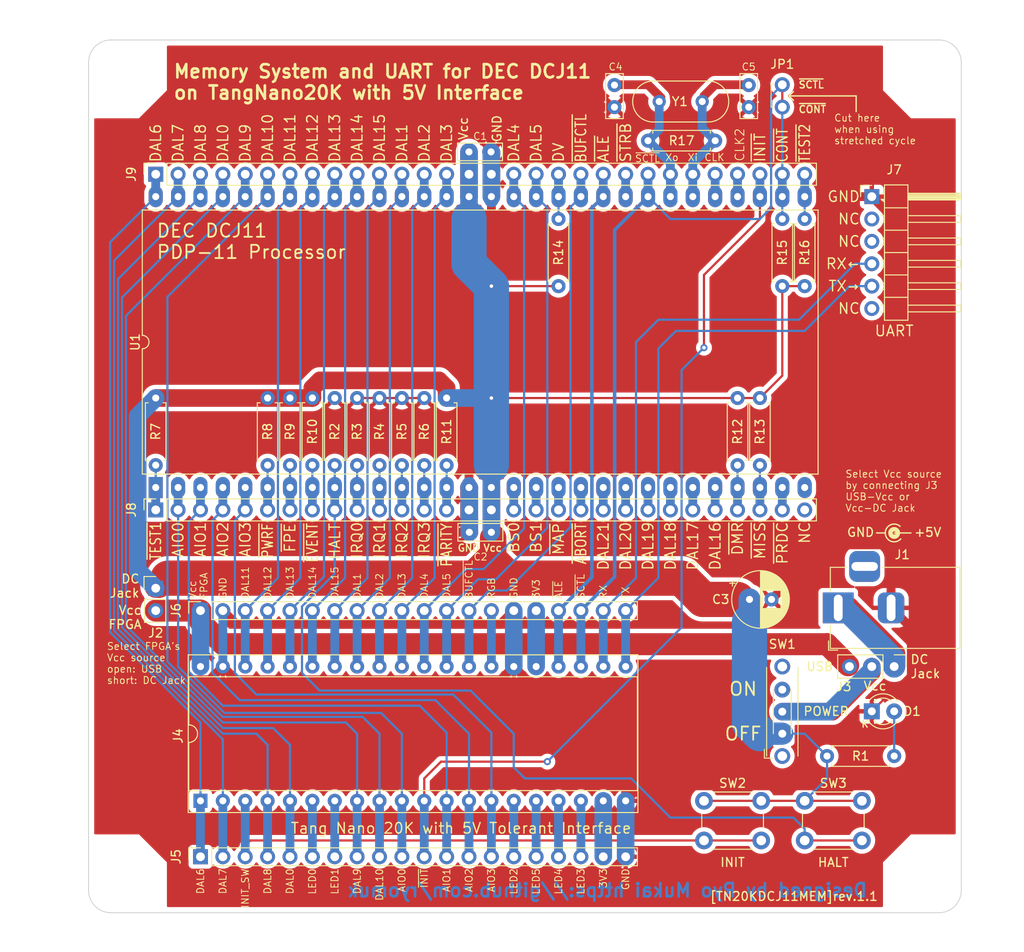
<source format=kicad_pcb>
(kicad_pcb (version 20240108) (generator "pcbnew") (generator_version "8.0")
  (layers (0 "F.Cu" signal) (31 "B.Cu" signal) (34 "B.Paste" user) (35 "F.Paste" user) (36 "B.SilkS" user "B.Silkscreen") (37 "F.SilkS" user "F.Silkscreen") (38 "B.Mask" user) (39 "F.Mask" user) (44 "Edge.Cuts" user))
  (net 0 "")
  (net 1 "GND")
  (net 2 "VCC")
  (net 3 "XTALO")
  (net 4 "XTALI")
  (net 5 "AIO3")
  (net 6 "DAL12")
  (net 7 "DAL14")
  (net 8 "DAL0")
  (net 9 "3V3a")
  (net 10 "DAL13")
  (net 11 "AIO0")
  (net 12 "LED0")
  (net 13 "DAL4")
  (net 14 "AIO2")
  (net 15 "DAL15")
  (net 16 "LED3")
  (net 17 "DAL11")
  (net 18 "DAL3")
  (net 19 "LED4")
  (net 20 "DAL6")
  (net 21 "LED_RGB")
  (net 22 "AIO1")
  (net 23 "DAL7")
  (net 24 "DAL5")
  (net 25 "DAL10")
  (net 26 "LED2")
  (net 28 "DAL9")
  (net 29 "DAL2")
  (net 30 "LED1")
  (net 31 "DAL1")
  (net 32 "ALE_n")
  (net 33 "Net-(J3-Pin_1)")
  (net 34 "LED5")
  (net 35 "DAL8")
  (net 36 "BUFCTL_n")
  (net 37 "FPE_n")
  (net 38 "PWRF_n")
  (net 39 "EVENT_n")
  (net 40 "IRQ1")
  (net 41 "BS0")
  (net 42 "HALT")
  (net 43 "DAL17")
  (net 44 "IRQ3")
  (net 45 "DMR_n")
  (net 46 "BS1")
  (net 47 "IRQ0")
  (net 48 "MAP_n")
  (net 49 "DAL16")
  (net 50 "PRDC_n")
  (net 51 "ABORT_n")
  (net 52 "DAL20")
  (net 53 "DAL19")
  (net 54 "TEST1_n")
  (net 55 "DAL21")
  (net 56 "DAL18")
  (net 57 "PARITY_n")
  (net 58 "MISS_n")
  (net 59 "IRQ2")
  (net 60 "VCC_FPGA")
  (net 61 "STRB_n")
  (net 62 "DV")
  (net 63 "INIT_n")
  (net 64 "CLK2")
  (net 65 "CLK")
  (net 66 "TEST2_n")
  (net 67 "Net-(J3-Pin_2)")
  (net 68 "INIT_SW")
  (net 71 "CONT_n")
  (net 75 "GPIO_RX")
  (net 76 "GPIO_TX")
  (net 77 "3V3b")
  (net 78 "Net-(D1-A)")
  (footprint "000_MyFootprint:MountingHole_3mm" (layer "F.Cu") (at 93.98 93.98)
    (property "Reference" "REF**")
    (property "Value" "MountingHole_3mm")
  )
  (footprint "000_MyFootprint:R_Axial_DIN0207_L6.3mm_D2.5mm_P7.62mm_Horizontal" (layer "F.Cu") (at 20.32 40.64 -90)
    (property "Reference" "R8")
    (property "Value" "100k")
  )
  (footprint "000_MyFootprint:SW_PUSH_6mm_H4.3mm" (layer "F.Cu") (at 69.85 86.36)
    (property "Reference" "SW2")
    (property "Value" "INIT")
  )
  (footprint "000_MyFootprint:R_Axial_DIN0207_L6.3mm_D2.5mm_P7.62mm_Horizontal" (layer "F.Cu") (at 40.64 40.64 -90)
    (property "Reference" "R11")
    (property "Value" "100k")
  )
  (footprint "000_MyFootprint:R_Axial_DIN0207_L6.3mm_D2.5mm_P7.62mm_Horizontal" (layer "F.Cu") (at 22.86 40.64 -90)
    (property "Reference" "R9")
    (property "Value" "100k")
  )
  (footprint "000_MyFootprint:PinSocket_1x30_P2.54mm_Vertical" (layer "F.Cu") (at 7.62 53.34 90)
    (property "Reference" "J8")
    (property "Value" "Conn_01x30")
  )
  (footprint "000_MyFootprint:R_Axial_DIN0207_L6.3mm_D2.5mm_P7.62mm_Horizontal" (layer "F.Cu") (at 76.2 40.64 -90)
    (property "Reference" "R13")
    (property "Value" "100k")
  )
  (footprint "000_MyFootprint:R_Axial_DIN0207_L6.3mm_D2.5mm_P7.62mm_Horizontal" (layer "F.Cu") (at 91.44 81.28 180)
    (property "Reference" "R1")
    (property "Value" "100k")
  )
  (footprint "000_MyFootprint:R_Axial_DIN0207_L6.3mm_D2.5mm_P7.62mm_Horizontal" (layer "F.Cu") (at 78.74 27.94 90)
    (property "Reference" "R15")
    (property "Value" "100k")
  )
  (footprint "000_MyFootprint:R_Axial_DIN0207_L6.3mm_D2.5mm_P7.62mm_Horizontal" (layer "F.Cu") (at 53.34 27.94 90)
    (property "Reference" "R14")
    (property "Value" "100k")
  )
  (footprint "000_MyFootprint:PinHeader_1x06_P2.54mm_Horizontal" (layer "F.Cu") (at 88.9 17.78)
    (property "Reference" "J7")
    (property "Value" "UART")
  )
  (footprint "000_MyFootprint:PinHeader_1x03_P2.54mm_Vertical" (layer "F.Cu") (at 91.44 71.12 -90)
    (property "Reference" "J3")
    (property "Value" "CPU Vcc")
  )
  (footprint "000_MyFootprint:PinSocket_1x20_P2.54mm_Vertical" (layer "F.Cu") (at 12.7 64.77 90)
    (property "Reference" "J6")
    (property "Value" "Conn_01x20")
  )
  (footprint "000_MyFootprint:R_Axial_DIN0207_L6.3mm_D2.5mm_P7.62mm_Horizontal" (layer "F.Cu") (at 35.56 40.64 -90)
    (property "Reference" "R5")
    (property "Value" "100k")
  )
  (footprint "000_MyFootprint:Crystal_HC49-U_Vertical" (layer "F.Cu") (at 69.65 6.985 180)
    (property "Reference" "Y1")
    (property "Value" "18MHz")
  )
  (footprint "000_MyFootprint:BarrelJack_Horizontal" (layer "F.Cu") (at 85.09 64.4575 180)
    (property "Reference" "J1")
    (property "Value" "Barrel_Jack_Switch")
  )
  (footprint "000_MyFootprint:LED_D3.0mm" (layer "F.Cu") (at 88.9 76.2)
    (property "Reference" "D1")
    (property "Value" "LED")
  )
  (footprint "000_MyFootprint:C_Disc_D5.0mm_W2.5mm_P2.50mm" (layer "F.Cu") (at 59.69 7.62 90)
    (property "Reference" "C4")
    (property "Value" "68p")
  )
  (footprint "000_MyFootprint:C_Disc_D5.0mm_W2.5mm_P2.50mm" (layer "F.Cu") (at 74.93 7.62 90)
    (property "Reference" "C5")
    (property "Value" "68p")
  )
  (footprint "000_MyFootprint:C_Disc_D5.0mm_W2.5mm_P2.50mm" (layer "F.Cu") (at 45.72 55.88 180)
    (property "Reference" "C2")
    (property "Value" "0.33uF")
  )
  (footprint "000_MyFootprint:R_Axial_DIN0207_L6.3mm_D2.5mm_P7.62mm_Horizontal" (layer "F.Cu") (at 7.62 40.64 -90)
    (property "Reference" "R7")
    (property "Value" "100k")
  )
  (footprint "000_MyFootprint:MountingHole_3mm" (layer "F.Cu") (at 5.08 5.08)
    (property "Reference" "REF**")
    (property "Value" "MountingHole_3mm")
  )
  (footprint "000_MyFootprint:R_Axial_DIN0207_L6.3mm_D2.5mm_P7.62mm_Horizontal" (layer "F.Cu") (at 25.4 40.63 -90)
    (property "Reference" "R10")
    (property "Value" "100k")
  )
  (footprint "000_MyFootprint:R_Axial_DIN0207_L6.3mm_D2.5mm_P7.62mm_Horizontal" (layer "F.Cu") (at 30.48 40.64 -90)
    (property "Reference" "R3")
    (property "Value" "100k")
  )
  (footprint "000_MyFootprint:SW_PUSH_6mm_H4.3mm" (layer "F.Cu") (at 81.28 86.36)
    (property "Reference" "SW3")
    (property "Value" "HALT")
  )
  (footprint "000_MyFootprint:R_Axial_DIN0207_L6.3mm_D2.5mm_P7.62mm_Horizontal" (layer "F.Cu") (at 73.66 40.64 -90)
    (property "Reference" "R12")
    (property "Value" "100k")
  )
  (footprint "000_MyFootprint:PinHeader_1x02_P2.54mm_Vertical" (layer "F.Cu") (at 7.62 62.23)
    (property "Reference" "J2")
    (property "Value" "VCC_FPGA")
  )
  (footprint "000_MyFootprint:JumperedPinHeader_1x02_P2.54mm_Vertical" (layer "F.Cu") (at 78.74 5.08)
    (property "Reference" "JP1")
    (property "Value" "SCTL_CONT")
  )
  (footprint "000_MyFootprint:R_Axial_DIN0207_L6.3mm_D2.5mm_P7.62mm_Horizontal" (layer "F.Cu") (at 63.5 11.43)
    (property "Reference" "R17")
    (property "Value" "1M")
  )
  (footprint "000_MyFootprint:DIP-60_W33.02mm_LongPads" (layer "F.Cu") (at 7.62 50.8 90)
    (property "Reference" "U1")
    (property "Value" "DCJ11")
  )
  (footprint "000_MyFootprint:C_Disc_D5.0mm_W2.5mm_P2.50mm" (layer "F.Cu") (at 43.18 12.7)
    (property "Reference" "C1")
    (property "Value" "0.33uF")
  )
  (footprint "000_MyFootprint:R_Axial_DIN0207_L6.3mm_D2.5mm_P7.62mm_Horizontal" (layer "F.Cu") (at 38.1 40.64 -90)
    (property "Reference" "R6")
    (property "Value" "100k")
  )
  (footprint "000_MyFootprint:R_Axial_DIN0207_L6.3mm_D2.5mm_P7.62mm_Horizontal" (layer "F.Cu") (at 27.94 40.64 -90)
    (property "Reference" "R2")
    (property "Value" "100k")
  )
  (footprint "000_MyFootprint:DIP-40_W15.24mm_Socket" (layer "F.Cu") (at 12.7 86.36 90)
    (property "Reference" "J4")
    (property "Value" "TangNano20K5VInterface")
  )
  (footprint "000_MyFootprint:R_Axial_DIN0207_L6.3mm_D2.5mm_P7.62mm_Horizontal" (layer "F.Cu") (at 81.28 27.94 90)
    (property "Reference" "R16")
    (property "Value" "100k")
  )
  (footprint "000_MyFootprint:R_Axial_DIN0207_L6.3mm_D2.5mm_P7.62mm_Horizontal" (layer "F.Cu") (at 33.02 40.64 -90)
    (property "Reference" "R4")
    (property "Value" "100k")
  )
  (footprint "000_MyFootprint:Symbol_Barrel_Polarity_5V" (layer "F.Cu") (at 91.44 55.88)
    (property "Reference" "REF**" (hide yes))
    (property "Value" "Symbol_Barrel_Polarity_5V")
  )
  (footprint "000_MyFootprint:PinSocket_1x20_P2.54mm_Vertical" (layer "F.Cu") (at 12.7 92.71 90)
    (property "Reference" "J5")
    (property "Value" "Conn_01x20")
  )
  (footprint "000_MyFootprint:MountingHole_3mm" (layer "F.Cu") (at 5.08 93.98)
    (property "Reference" "REF**")
    (property "Value" "MountingHole_3mm")
  )
  (footprint "000_MyFootprint:CP_Radial_D6.3mm_P2.50mm" (layer "F.Cu") (at 75.017621 63.5)
    (property "Reference" "C3")
    (property "Value" "47uF")
  )
  (footprint "000_MyFootprint:SW_SPDT_Toggle_with_mount" (layer "F.Cu") (at 78.74 81.28 90)
    (property "Reference" "SW1")
    (property "Value" "SW_SPDT")
  )
  (footprint "000_MyFootprint:PinSocket_1x30_P2.54mm_Vertical" (layer "F.Cu") (at 7.62 15.24 90)
    (property "Reference" "J9")
    (property "Value" "Conn_01x30")
  )
  (footprint "000_MyFootprint:MountingHole_3mm" (layer "F.Cu") (at 93.98 5.08)
    (property "Reference" "REF**")
    (property "Value" "MountingHole_3mm")
  )
  (gr_line (start 87.122 6.35) (end 87.122 8.128) (stroke (width 0.15)) (layer "F.SilkS"))
  (gr_line (start 80.01 5.842) (end 79.502 6.35) (stroke (width 0.15)) (layer "F.SilkS"))
  (gr_line (start 79.502 6.35) (end 80.01 6.858) (stroke (width 0.15)) (layer "F.SilkS"))
  (gr_line (start 79.502 6.35) (end 87.122 6.35) (stroke (width 0.15)) (layer "F.SilkS"))
  (gr_line (start 2.54 0) (end 96.52 0) (stroke (width 0.1)) (layer "Edge.Cuts"))
  (gr_arc (start 2.54 99.06) (mid 0.743949 98.316051) (end 0 96.52) (stroke (width 0.1)) (layer "Edge.Cuts"))
  (gr_arc (start 96.52 0) (mid 98.316051 0.743949) (end 99.06 2.54) (stroke (width 0.1)) (layer "Edge.Cuts"))
  (gr_line (start 99.06 2.54) (end 99.06 96.52) (stroke (width 0.1)) (layer "Edge.Cuts"))
  (gr_arc (start 0 2.54) (mid 0.743949 0.743949) (end 2.54 0) (stroke (width 0.1)) (layer "Edge.Cuts"))
  (gr_line (start 0 96.52) (end 0 2.54) (stroke (width 0.1)) (layer "Edge.Cuts"))
  (gr_arc (start 99.06 96.52) (mid 98.316051 98.316051) (end 96.52 99.06) (stroke (width 0.1)) (layer "Edge.Cuts"))
  (gr_line (start 96.52 99.06) (end 2.54 99.06) (stroke (width 0.1)) (layer "Edge.Cuts"))
  (gr_text "Designed by Ryo Mukai https://github.com/ryomuk" (at 29.21 96.52 0) (layer "B.Cu") (effects (font (size 1.5 1.5) (thickness 0.3) (bold yes)) (justify right mirror)))
  (gr_text "LED0" (at 25.4 93.98 90) (layer "F.SilkS") (effects (font (size 0.8 0.8) (thickness 0.1)) (justify right)))
  (gr_text "DAL0" (at 22.86 93.98 90) (layer "F.SilkS") (effects (font (size 0.8 0.8) (thickness 0.1)) (justify right)))
  (gr_text "~{CONT}" (at 78.74 13.97 90) (layer "F.SilkS") (effects (font (size 1.2 1)) (justify left)))
  (gr_text "3V3" (at 58.42 93.98 90) (layer "F.SilkS") (effects (font (size 0.8 0.8) (thickness 0.1)) (justify right)))
  (gr_text "~{SCTL}" (at 55.88 63.5 90) (layer "F.SilkS") (effects (font (size 0.8 0.8) (thickness 0.1)) (justify left)))
  (gr_text "DAL1" (at 35.56 13.97 90) (layer "F.SilkS") (effects (font (size 1.2 1.2)) (justify left)))
  (gr_text "DAL2" (at 38.1 13.97 90) (layer "F.SilkS") (effects (font (size 1.2 1.2)) (justify left)))
  (gr_text "IRQ2" (at 35.56 54.61 90) (layer "F.SilkS") (effects (font (size 1.2 1.2)) (justify right)))
  (gr_text "NC" (at 87.63 30.48 0) (layer "F.SilkS") (effects (font (size 1.2 1.2)) (justify right)))
  (gr_text "~{BUFCTL}" (at 55.88 13.97 90) (layer "F.SilkS") (effects (font (size 1.2 1)) (justify left)))
  (gr_text "AIO0" (at 35.56 93.98 90) (layer "F.SilkS") (effects (font (size 0.8 0.8) (thickness 0.1)) (justify right)))
  (gr_text "Vcc" (at 42.545 11.43 90) (layer "F.SilkS") (effects (font (size 1 1)) (justify left)))
  (gr_text "INIT_SW" (at 17.78 93.98 90) (layer "F.SilkS") (effects (font (size 0.8 0.8) (thickness 0.1)) (justify right)))
  (gr_text "LED4" (at 53.34 93.98 90) (layer "F.SilkS") (effects (font (size 0.8 0.8) (thickness 0.1)) (justify right)))
  (gr_text "~{TEST1}" (at 7.62 54.61 90) (layer "F.SilkS") (effects (font (size 1.2 1)) (justify right)))
  (gr_text "TX" (at 60.96 63.5 90) (layer "F.SilkS") (effects (font (size 0.8 0.8) (thickness 0.1)) (justify left)))
  (gr_text "USB" (at 84.582 71.12 0) (layer "F.SilkS") (effects (font (size 1 1)) (justify right)))
  (gr_text "~{DMR}" (at 73.66 54.61 90) (layer "F.SilkS") (effects (font (size 1.2 1.2)) (justify right)))
  (gr_text "LED1" (at 27.94 93.98 90) (layer "F.SilkS") (effects (font (size 0.8 0.8) (thickness 0.1)) (justify right)))
  (gr_text "RX←" (at 87.63 25.4 0) (layer "F.SilkS") (effects (font (size 1.2 1.2)) (justify right)))
  (gr_text "TX→" (at 87.63 27.94 0) (layer "F.SilkS") (effects (font (size 1.2 1.2)) (justify right)))
  (gr_text "IRQ0" (at 30.48 54.61 90) (layer "F.SilkS") (effects (font (size 1.2 1.2)) (justify right)))
  (gr_text "DAL2" (at 33.02 63.5 90) (layer "F.SilkS") (effects (font (size 0.8 0.8) (thickness 0.1)) (justify left)))
  (gr_text "Vcc\nFPGA" (at 12.446 63.5 90) (layer "F.SilkS") (effects (font (size 0.8 0.8) (thickness 0.1)) (justify left)))
  (gr_text "~{MISS}" (at 76.2 54.61 90) (layer "F.SilkS") (effects (font (size 1.2 1.2)) (justify right)))
  (gr_text "AIO2" (at 43.18 93.98 90) (layer "F.SilkS") (effects (font (size 0.8 0.8) (thickness 0.1)) (justify right)))
  (gr_text "DAL11" (at 17.78 63.5 90) (layer "F.SilkS") (effects (font (size 0.8 0.8) (thickness 0.1)) (justify left)))
  (gr_text "~{TEST2}" (at 81.28 13.97 90) (layer "F.SilkS") (effects (font (size 1.2 1)) (justify left)))
  (gr_text "DAL17" (at 68.58 54.61 90) (layer "F.SilkS") (effects (font (size 1.2 1.2)) (justify right)))
  (gr_text "~{PARITY}" (at 40.64 54.737 90) (layer "F.SilkS") (effects (font (size 1.2 1)) (justify right)))
  (gr_text "DAL15" (at 33.02 13.97 90) (layer "F.SilkS") (effects (font (size 1.2 1.2)) (justify left)))
  (gr_text "~{PWRF}" (at 20.32 54.737 90) (layer "F.SilkS") (effects (font (size 1.2 1)) (justify right)))
  (gr_text "DAL13" (at 27.94 13.97 90) (layer "F.SilkS") (effects (font (size 1.2 1.2)) (justify left)))
  (gr_text "DAL13" (at 22.86 63.5 90) (layer "F.SilkS") (effects (font (size 0.8 0.8) (thickness 0.1)) (justify left)))
  (gr_text "~{STRB}" (at 60.96 13.97 90) (layer "F.SilkS") (effects (font (size 1.2 1.2)) (justify left)))
  (gr_text "NC" (at 87.63 22.86 0) (layer "F.SilkS") (effects (font (size 1.2 1.2)) (justify right)))
  (gr_text "DAL3" (at 40.64 13.97 90) (layer "F.SilkS") (effects (font (size 1.2 1.2)) (justify left)))
  (gr_text "BS0" (at 48.26 54.61 90) (layer "F.SilkS") (effects (font (size 1.2 1.2)) (justify right)))
  (gr_text "GND" (at 44.45 57.658 0) (layer "F.SilkS") (effects (font (size 0.8 0.8)) (justify right)))
  (gr_text "DAL10" (at 33.02 93.98 90) (layer "F.SilkS") (effects (font (size 0.8 0.8) (thickness 0.1)) (justify right)))
  (gr_text "DAL16" (at 71.12 54.61 90) (layer "F.SilkS") (effects (font (size 1.2 1.2)) (justify right)))
  (gr_text "DAL12" (at 25.4 13.97 90) (layer "F.SilkS") (effects (font (size 1.2 1.2)) (justify left)))
  (gr_text "DAL8" (at 12.7 13.97 90) (layer "F.SilkS") (effects (font (size 1.2 1.2)) (justify left)))
  (gr_text "OFF" (at 74.295 78.74 0) (layer "F.SilkS") (effects (font (size 1.5 1.5) (thickness 0.2))))
  (gr_text "DAL21" (at 58.42 54.61 90) (layer "F.SilkS") (effects (font (size 1.2 1.2)) (justify right)))
  (gr_text "Cut here\nwhen using\nstretched cycle" (at 84.582 8.382 0) (layer "F.SilkS") (effects (font (size 0.8 0.8) (thickness 0.1)) (justify left top)))
  (gr_text "DAL15" (at 27.94 63.5 90) (layer "F.SilkS") (effects (font (size 0.8 0.8) (thickness 0.1)) (justify left)))
  (gr_text "~{ALE}" (at 58.42 13.97 90) (layer "F.SilkS") (effects (font (size 1.2 1.2)) (justify left)))
  (gr_text "DAL14" (at 25.4 63.5 90) (layer "F.SilkS") (effects (font (size 0.8 0.8) (thickness 0.1)) (justify left)))
  (gr_text "~{INIT}" (at 38.1 93.98 90) (layer "F.SilkS") (effects (font (size 0.8 0.8) (thickness 0.1)) (justify right)))
  (gr_text "~{SCTL}" (at 61.976 13.462 0) (layer "F.SilkS") (effects (font (size 0.8 0.8) (thickness 0.1)) (justify left)))
  (gr_text "DAL6" (at 12.7 93.98 90) (layer "F.SilkS") (effects (font (size 0.8 0.8) (thickness 0.1)) (justify right)))
  (gr_text "HALT" (at 27.94 54.737 90) (layer "F.SilkS") (effects (font (size 1.2 1.2)) (justify right)))
  (gr_text "POWER" (at 86.36 76.2 0) (layer "F.SilkS") (effects (font (size 1 1)) (justify right)))
  (gr_text "AIO1" (at 12.7 54.61 90) (layer "F.SilkS") (effects (font (size 1.2 1.2)) (justify right)))
  (gr_text "DAL20" (at 60.96 54.61 90) (layer "F.SilkS") (effects (font (size 1.2 1.2)) (justify right)))
  (gr_text "DAL19" (at 63.5 54.61 90) (layer "F.SilkS") (effects (font (size 1.2 1.2)) (justify right)))
  (gr_text "AIO3" (at 45.72 93.98 90) (layer "F.SilkS") (effects (font (size 0.8 0.8) (thickness 0.1)) (justify right)))
  (gr_text "ON" (at 74.295 73.66 0) (layer "F.SilkS") (effects (font (size 1.5 1.5) (thickness 0.2))))
  (gr_text "K" (at 87.63 78.105 0) (layer "F.SilkS") (effects (font (size 0.8 0.8)) (justify left bottom)))
  (gr_text "GND" (at 87.63 17.78 0) (layer "F.SilkS") (effects (font (size 1.2 1.2)) (justify right)))
  (gr_text "AIO0" (at 10.16 54.61 90) (layer "F.SilkS") (effects (font (size 1.2 1.2)) (justify right)))
  (gr_text "LED2" (at 48.26 93.98 90) (layer "F.SilkS") (effects (font (size 0.8 0.8) (thickness 0.1)) (justify right)))
  (gr_text "AIO2" (at 15.24 54.61 90) (layer "F.SilkS") (effects (font (size 1.2 1.2)) (justify right)))
  (gr_text "CLK" (at 69.85 13.335 0) (layer "F.SilkS") (effects (font (size 0.8 0.8) (thickness 0.1)) (justify left)))
  (gr_text "Memory System and UART for DEC DCJ11\non TangNano20K with 5V Interface" (at 9.525 6.858 0) (layer "F.SilkS") (effects (font (size 1.5 1.5) (thickness 0.3) (bold yes)) (justify left bottom)))
  (gr_text "IRQ1" (at 33.02 54.61 90) (layer "F.SilkS") (effects (font (size 1.2 1.2)) (justify right)))
  (gr_text "Xi" (at 67.945 13.335 0) (layer "F.SilkS") (effects (font (size 0.8 0.8) (thickness 0.1)) (justify left)))
  (gr_text "DAL4" (at 48.26 13.97 90) (layer "F.SilkS") (effects (font (size 1.2 1.2)) (justify left)))
  (gr_text "LED3" (at 55.88 93.98 90) (layer "F.SilkS") (effects (font (size 0.8 0.8) (thickness 0.1)) (justify right)))
  (gr_text "Xo" (at 65.405 13.335 0) (layer "F.SilkS") (effects (font (size 0.8 0.8) (thickness 0.1)) (justify left)))
  (gr_text "~{ALE}" (at 53.34 63.5 90) (layer "F.SilkS") (effects (font (size 0.8 0.8) (thickness 0.1)) (justify left)))
  (gr_text "RGB" (at 45.72 63.5 90) (layer "F.SilkS") (effects (font (size 0.8 0.8) (thickness 0.1)) (justify left)))
  (gr_text "DAL5" (at 50.8 13.97 90) (layer "F.SilkS") (effects (font (size 1.2 1.2)) (justify left)))
  (gr_text "DAL1" (at 30.48 63.5 90) (layer "F.SilkS") (effects (font (size 0.8 0.8) (thickness 0.1)) (justify left)))
  (gr_text "NC" (at 81.28 54.61 90) (layer "F.SilkS") (effects (font (size 1.2 1.2)) (justify right)))
  (gr_text "LED5" (at 50.8 93.98 90) (layer "F.SilkS") (effects (font (size 0.8 0.8) (thickness 0.1)) (justify right)))
  (gr_text "Tang Nano 20K with 5V Tolerant Interface" (at 22.86 90.17 0) (layer "F.SilkS") (effects (font (size 1.2 1.2)) (justify left bottom)))
  (gr_text "DAL18" (at 66.04 54.61 90) (layer "F.SilkS") (effects (font (size 1.2 1.2)) (justify right)))
  (gr_text "DAL9" (at 17.78 13.97 90) (layer "F.SilkS") (effects (font (size 1.2 1.2)) (justify left)))
  (gr_text "NC" (at 87.63 20.32 0) (layer "F.SilkS") (effects (font (size 1.2 1.2)) (justify right)))
  (gr_text "~{SCTL}" (at 80.518 5.08 0) (layer "F.SilkS") (effects (font (size 0.8 0.8)) (justify left)))
  (gr_text "GND" (at 46.355 11.684 90) (layer "F.SilkS") (effects (font (size 1 1)) (justify left)))
  (gr_text "DEC DCJ11\nPDP-11 Processor\n" (at 7.62 22.86 0) (layer "F.SilkS") (effects (font (size 1.5 1.5) (thickness 0.2)) (justify left)))
  (gr_text "~{PRDC}" (at 78.74 54.61 90) (layer "F.SilkS") (effects (font (size 1.2 1.2)) (justify right)))
  (gr_text "DAL9" (at 30.48 93.98 90) (layer "F.SilkS") (effects (font (size 0.8 0.8) (thickness 0.1)) (justify right)))
  (gr_text "AIO3" (at 17.78 54.61 90) (layer "F.SilkS") (effects (font (size 1.2 1.2)) (justify right)))
  (gr_text "~{ABORT}" (at 55.88 54.737 90) (layer "F.SilkS") (effects (font (size 1.2 1)) (justify right)))
  (gr_text "DV" (at 53.34 13.97 90) (layer "F.SilkS") (effects (font (size 1.2 1.2)) (justify left)))
  (gr_text "DAL0" (at 15.24 13.97 90) (layer "F.SilkS") (effects (font (size 1.2 1.2)) (justify left)))
  (gr_text "DAL3" (at 35.56 63.5 90) (layer "F.SilkS") (effects (font (size 0.8 0.8) (thickness 0.1)) (justify left)))
  (gr_text "CLK2" (at 73.914 13.843 90) (layer "F.SilkS") (effects (font (size 1 1) (thickness 0.1)) (justify left)))
  (gr_text "Select Vcc source\nby connecting J3\nUSB-Vcc or\nVcc-DC Jack" (at 85.852 53.594 0) (layer "F.SilkS") (effects (font (size 0.8 0.8) (thickness 0.1)) (justify left bottom)))
  (gr_text "GND" (at 48.26 63.5 90) (layer "F.SilkS") (effects (font (size 0.8 0.8) (thickness 0.1)) (justify left)))
  (gr_text "DAL10" (at 20.32 13.97 90) (layer "F.SilkS") (effects (font (size 1.2 1.2)) (justify left)))
  (gr_text "DAL11" (at 22.86 13.97 90) (layer "F.SilkS") (effects (font (size 1.2 1.2)) (justify left)))
  (gr_text "~{INIT}" (at 76.2 13.97 90) (layer "F.SilkS") (effects (font (size 1.2 1.2)) (justify left)))
  (gr_text "Vcc" (at 46.99 57.658 0) (layer "F.SilkS") (effects (font (size 0.8 0.8)) (justify right)))
  (gr_text "RX" (at 58.42 63.5 90) (layer "F.SilkS") (effects (font (size 0.8 0.8) (thickness 0.1)) (justify left)))
  (gr_text "[TN20KDCJ11MEM]rev.1.1" (at 89.662 97.79 0) (layer "F.SilkS") (effects (font (size 1 1)) (justify right bottom)))
  (gr_text "Vcc" (at 87.884 73.914 0) (layer "F.SilkS") (effects (font (size 1 1)) (justify left bottom)))
  (gr_text "3V3" (at 50.8 63.5 90) (layer "F.SilkS") (effects (font (size 0.8 0.8) (thickness 0.1)) (justify left)))
  (gr_text "DAL7" (at 10.16 13.97 90) (layer "F.SilkS") (effects (font (size 1.2 1.2)) (justify left)))
  (gr_text "DAL12" (at 20.32 63.5 90) (layer "F.SilkS") (effects (font (size 0.8 0.8) (thickness 0.1)) (justify left)))
  (gr_text "DAL7" (at 15.24 93.98 90) (layer "F.SilkS") (effects (font (size 0.8 0.8) (thickness 0.1)) (justify right)))
  (gr_text "Vcc\nFPGA" (at 6.096 65.532 0) (layer "F.SilkS") (effects (font (size 1 1)) (justify right)))
  (gr_text "~{MAP}" (at 53.34 54.737 90) (layer "F.SilkS") (effects (font (size 1.2 1.2)) (justify right)))
  (gr_text "IRQ3" (at 38.1 54.61 90) (layer "F.SilkS") (effects (font (size 1.2 1.2)) (justify right)))
  (gr_text "AIO1" (at 40.64 93.98 90) (layer "F.SilkS") (effects (font (size 0.8 0.8) (thickness 0.1)) (justify right)))
  (gr_text "GND" (at 60.96 93.98 90) (layer "F.SilkS") (effects (font (size 0.8 0.8) (thickness 0.1)) (justify right)))
  (gr_text "~{BUFCTL}" (at 43.18 63.5 90) (layer "F.SilkS") (effects (font (size 0.8 0.8) (thickness 0.1)) (justify left)))
  (gr_text "DC\nJack" (at 93.218 71.12 0) (layer "F.SilkS") (effects (font (size 1 1)) (justify left)))
  (gr_text "DAL4" (at 38.1 63.5 90) (layer "F.SilkS") (effects (font (size 0.8 0.8) (thickness 0.1)) (justify left)))
  (gr_text "DAL6" (at 7.62 13.97 90) (layer "F.SilkS") (effects (font (size 1.2 1.2)) (justify left)))
  (gr_text "DAL8" (at 20.32 93.98 90) (layer "F.SilkS") (effects (font (size 0.8 0.8) (thickness 0.1)) (justify right)))
  (gr_text "~{FPE}" (at 22.86 54.737 90) (layer "F.SilkS") (effects (font (size 1.2 1.2)) (justify right)))
  (gr_text "DAL14" (at 30.48 13.97 90) (layer "F.SilkS") (effects (font (size 1.2 1.2)) (justify left)))
  (gr_text "DC\nJack" (at 5.842 61.976 0) (layer "F.SilkS") (effects (font (size 1 1)) (justify right)))
  (gr_text "DAL5" (at 40.64 63.5 90) (layer "F.SilkS") (effects (font (size 0.8 0.8) (thickness 0.1)) (justify left)))
  (gr_text "~{EVENT}" (at 25.4 54.737 90) (layer "F.SilkS") (effects (font (size 1.2 1)) (justify right)))
  (gr_text "GND" (at 15.24 63.5 90) (layer "F.SilkS") (effects (font (size 0.8 0.8) (thickness 0.1)) (justify left)))
  (gr_text "BS1" (at 50.8 54.61 90) (layer "F.SilkS") (effects (font (size 1.2 1.2)) (justify right)))
  (gr_text "Select FPGA's\nVcc source\nopen: USB\nshort: DC Jack" (at 2.032 73.152 0) (layer "F.SilkS") (effects (font (size 0.8 0.8) (thickness 0.1)) (justify left bottom)))
  (gr_text "~{CONT}" (at 80.518 7.874 0) (layer "F.SilkS") (effects (font (size 0.8 0.8)) (justify left)))
  (segment (start 2.032 70.104) (end 2.032 55.372) (width 1) (layer "F.Cu") (net 1))
  (segment (start 45.172 10.16) (end 45.68 9.652) (width 1) (layer "F.Cu") (net 1))
  (segment (start 45.68 12.065) (end 45.68 9.652) (width 1) (layer "F.Cu") (net 1))
  (segment (start 43.18 37.465) (end 43.18 23.368) (width 1) (layer "F.Cu") (net 1))
  (segment (start 91.09 19.97) (end 91.09 64.4575) (width 1) (layer "F.Cu") (net 1))
  (segment (start 48.26 71.12) (end 46.76 72.62) (width 1) (layer "F.Cu") (net 1))
  (segment (start 88.9 17.78) (end 91.09 19.97) (width 1) (layer "F.Cu") (net 1))
  (segment (start 43.18 23.368) (end 45.72 20.828) (width 1) (layer "F.Cu") (net 1))
  (segment (start 46.71 66.32) (end 16.79 66.32) (width 1) (layer "F.Cu") (net 1))
  (segment (start 2.351 39.305) (end 2.032 39.624) (width 0.25) (layer "F.Cu") (net 1))
  (segment (start 43.18 55.84) (end 43.22 55.88) (width 2) (layer "F.Cu") (net 1))
  (segment (start 91.09 64.4575) (end 93.39 66.7575) (width 1) (layer "F.Cu") (net 1))
  (segment (start 47.244 7.62) (end 59.69 7.62) (width 1) (layer "F.Cu") (net 1))
  (segment (start 76.2 7.62) (end 74.93 7.62) (width 1) (layer "F.Cu") (net 1))
  (segment (start 45.68 9.652) (end 45.68 9.184) (width 1) (layer "F.Cu") (net 1))
  (segment (start 2.032 43.18) (end 2.032 39.624) (width 1) (layer "F.Cu") (net 1))
  (segment (start 57.658 96.012) (end 60.96 92.71) (width 1) (layer "F.Cu") (net 1))
  (segment (start 86.36 17.78) (end 76.2 7.62) (width 1) (layer "F.Cu") (net 1))
  (segment (start 2.032 55.372) (end 2.032 43.18) (width 1) (layer "F.Cu") (net 1))
  (segment (start 40.64 43.18) (end 43.18 43.18) (width 0.25) (layer "F.Cu") (net 1))
  (segment (start 45.68 17.74) (end 45.72 17.78) (width 1) (layer "F.Cu") (net 1))
  (segment (start 77.517621 63.5) (end 83.710121 57.3075) (width 1) (layer "F.Cu") (net 1))
  (segment (start 38.1 40.64) (end 40.64 43.18) (width 0.25) (layer "F.Cu") (net 1))
  (segment (start 48.26 64.77) (end 46.71 66.32) (width 1) (layer "F.Cu") (net 1))
  (segment (start 93.015 66.3825) (end 93.015 72.085) (width 0.25) (layer "F.Cu") (net 1))
  (segment (start 2.032 39.624) (end 2.032 10.16) (width 1) (layer "F.Cu") (net 1))
  (segment (start 93.015 72.085) (end 88.9 76.2) (width 0.25) (layer "F.Cu") (net 1))
  (segment (start 30.48 40.64) (end 38.1 40.64) (width 0.25) (layer "F.Cu") (net 1))
  (segment (start 88.9 17.78) (end 86.36 17.78) (width 1) (layer "F.Cu") (net 1))
  (segment (start 91.09 64.4575) (end 93.015 66.3825) (width 0.25) (layer "F.Cu") (net 1))
  (segment (start 90.3275 57.3075) (end 91.09 58.07) (width 1) (layer "F.Cu") (net 1))
  (segment (start 10.16 96.012) (end 57.658 96.012) (width 1) (layer "F.Cu") (net 1))
  (segment (start 60.96 83.82) (end 48.26 71.12) (width 1) (layer "F.Cu") (net 1))
  (segment (start 90.6 84.66) (end 62.66 84.66) (width 1) (layer "F.Cu") (net 1))
  (segment (start 43.18 43.18) (end 43.18 37.465) (width 1) (layer "F.Cu") (net 1))
  (segment (start 16.79 66.32) (end 15.24 64.77) (width 1) (layer "F.Cu") (net 1))
  (segment (start 10.16 88.9) (end 10.16 96.012) (width 1) (layer "F.Cu") (net 1))
  (segment (start 4.548 72.62) (end 2.032 70.104) (width 1) (layer "F.Cu") (net 1))
  (segment (start 13.74 72.62) (end 4.548 72.62) (width 1) (layer "F.Cu") (net 1))
  (segment (start 45.72 17.78) (end 45.72 12.74) (width 2) (layer "F.Cu") (net 1))
  (segment (start 60.96 86.36) (end 60.96 83.82) (width 1) (layer "F.Cu") (net 1))
  (segment (start 91.09 58.07) (end 91.09 64.4575) (width 1) (layer "F.Cu") (net 1))
  (segment (start 83.710121 57.3075) (end 90.3275 57.3075) (width 1) (layer "F.Cu") (net 1))
  (segment (start 45.72 20.828) (end 45.72 17.78) (width 1) (layer "F.Cu") (net 1))
  (segment (start 46.76 72.62) (end 16.74 72.62) (width 1) (layer "F.Cu") (net 1))
  (segment (start 43.22 55.88) (end 2.54 55.88) (width 1) (layer "F.Cu") (net 1))
  (segment (start 4.548 72.62) (end 4.548 83.288) (width 1) (layer "F.Cu") (net 1))
  (segment (start 43.22 50.84) (end 43.18 50.8) (width 2) (layer "F.Cu") (net 1))
  (segment (start 25.4 43.18) (end 2.032 43.18) (width 0.25) (layer "F.Cu") (net 1))
  (segment (start 43.18 50.8) (end 43.18 55.84) (width 2) (layer "F.Cu") (net 1))
  (segment (start 45.68 9.184) (end 47.244 7.62) (width 1) (layer "F.Cu") (net 1))
  (segment (start 43.18 50.8) (end 43.18 43.18) (width 1) (layer "F.Cu") (net 1))
  (segment (start 15.24 71.12) (end 13.74 72.62) (width 1) (layer "F.Cu") (net 1))
  (segment (start 62.66 84.66) (end 60.96 86.36) (width 1) (layer "F.Cu") (net 1))
  (segment (start 4.548 83.288) (end 10.16 88.9) (width 1) (layer "F.Cu") (net 1))
  (segment (start 27.94 40.64) (end 25.4 43.18) (width 0.25) (layer "F.Cu") (net 1))
  (segment (start 93.39 66.7575) (end 93.39 81.87) (width 1) (layer "F.Cu") (net 1))
  (segment (start 2.032 10.16) (end 45.172 10.16) (width 1) (layer "F.Cu") (net 1))
  (segment (start 45.72 12.74) (end 45.68 12.7) (width 2) (layer "F.Cu") (net 1))
  (segment (start 93.39 81.87) (end 90.6 84.66) (width 1) (layer "F.Cu") (net 1))
  (segment (start 16.74 72.62) (end 15.24 71.12) (width 1) (layer "F.Cu") (net 1))
  (segment (start 2.54 55.88) (end 2.032 55.372) (width 1) (layer "F.Cu") (net 1))
  (segment (start 43.22 50.84) (end 43.18 50.8) (width 2) (layer "B.Cu") (net 1))
  (segment (start 48.26 71.12) (end 48.26 64.77) (width 2) (layer "B.Cu") (net 1))
  (segment (start 45.72 12.74) (end 45.68 12.7) (width 2) (layer "B.Cu") (net 1))
  (segment (start 15.24 64.77) (end 15.24 71.12) (width 1) (layer "B.Cu") (net 1))
  (segment (start 60.96 92.71) (end 60.96 86.36) (width 2) (layer "B.Cu") (net 1))
  (segment (start 43.22 55.88) (end 43.22 50.84) (width 2) (layer "B.Cu") (net 1))
  (segment (start 45.72 17.78) (end 45.72 12.74) (width 2) (layer "B.Cu") (net 1))
  (segment (start 48.26 61.087) (end 67.31 61.087) (width 4) (layer "F.Cu") (net 2))
  (segment (start 48.26 61.087) (end 45.92 58.747) (width 3) (layer "F.Cu") (net 2))
  (segment (start 81.28 27.94) (end 78.74 27.94) (width 0.25) (layer "F.Cu") (net 2))
  (segment (start 43.18 12.7) (end 43.18 17.78) (width 2) (layer "F.Cu") (net 2))
  (segment (start 53.34 27.94) (end 45.72 27.94) (width 0.25) (layer "F.Cu") (net 2))
  (segment (start 7.62 40.64) (end 25.39 40.64) (width 2) (layer "F.Cu") (net 2))
  (segment (start 8.034 62.07) (end 7.62 62.07) (width 2.5) (layer "F.Cu") (net 2))
  (segment (start 81.28 86.36) (end 69.85 86.36) (width 0.25) (layer "F.Cu") (net 2))
  (segment (start 76.2 40.64) (end 45.72 40.64) (width 0.25) (layer "F.Cu") (net 2))
  (segment (start 75.017621 63.5) (end 73.66 63.5) (width 2.5) (layer "F.Cu") (net 2))
  (segment (start 26.25863 38.64) (end 39.77137 38.64) (width 2) (layer "F.Cu") (net 2))
  (segment (start 45.72 61.087) (end 48.26 61.087) (width 4) (layer "F.Cu") (net 2))
  (segment (start 45.72 56.515) (end 45.72 61.087) (width 2) (layer "F.Cu") (net 2))
  (segment (start 45.92 58.347) (end 45.92 57.15) (width 3) (layer "F.Cu") (net 2))
  (segment (start 40.64 39.50863) (end 40.64 40.64) (width 2) (layer "F.Cu") (net 2))
  (segment (start 25.4 39.49863) (end 26.25863 38.64) (width 2) (layer "F.Cu") (net 2))
  (segment (start 76.2 40.64) (end 78.74 38.1) (width 0.25) (layer "F.Cu") (net 2))
  (segment (start 45.72 55.88) (end 45.72 50.8) (width 2) (layer "F.Cu") (net 2))
  (segment (start 25.4 40.63) (end 25.4 39.49863) (width 2) (layer "F.Cu") (net 2))
  (segment (start 7.62 62.23) (end 7.874 62.23) (width 2) (layer "F.Cu") (net 2))
  (segment (start 73.66 63.5) (end 69.723 63.5) (width 4) (layer "F.Cu") (net 2))
  (segment (start 69.723 63.5) (end 67.31 61.087) (width 4) (layer "F.Cu") (net 2))
  (segment (start 78.74 38.1) (end 78.74 27.94) (width 0.25) (layer "F.Cu") (net 2))
  (segment (start 7.874 62.23) (end 9.017 61.087) (width 2) (layer "F.Cu") (net 2))
  (segment (start 45.92 58.747) (end 45.92 56.515) (width 3) (layer "F.Cu") (net 2))
  (segment (start 9.017 61.087) (end 8.034 62.07) (width 2.5) (layer "F.Cu") (net 2))
  (segment (start 39.77137 38.64) (end 40.64 39.50863) (width 2) (layer "F.Cu") (net 2))
  (segment (start 43.18 61.087) (end 45.72 61.087) (width 4) (layer "F.Cu") (net 2))
  (segment (start 25.39 40.64) (end 25.4 40.63) (width 2) (layer "F.Cu") (net 2))
  (segment (start 43.18 61.087) (end 45.92 58.347) (width 3) (layer "F.Cu") (net 2))
  (segment (start 9.017 61.087) (end 43.18 61.087) (width 4) (layer "F.Cu") (net 2))
  (segment (start 87.78 86.36) (end 81.28 86.36) (width 0.25) (layer "F.Cu") (net 2))
  (via (at 45.72 40.64) (size 0.8) (drill 0.4) (layers "F.Cu" "B.Cu") (net 2))
  (via (at 45.72 27.94) (size 0.8) (drill 0.4) (layers "F.Cu" "B.Cu") (net 2))
  (segment (start 45.72 50.8) (end 45.72 49.53) (width 2) (layer "B.Cu") (net 2))
  (segment (start 81.28 78.74) (end 83.82 81.28) (width 0.25) (layer "B.Cu") (net 2))
  (segment (start 75.017621 77.557621) (end 75.017621 66.04) (width 4) (layer "B.Cu") (net 2))
  (segment (start 5.57 60.18) (end 5.57 42.69) (width 2) (layer "B.Cu") (net 2))
  (segment (start 45.72 50.8) (end 45.72 55.88) (width 2) (layer "B.Cu") (net 2))
  (segment (start 83.82 83.82) (end 81.28 86.36) (width 0.25) (layer "B.Cu") (net 2))
  (segment (start 75.34 78.74) (end 78.74 78.74) (width 2.5) (layer "B.Cu") (net 2))
  (segment (start 43.18 17.78) (end 43.18 12.7) (width 2) (layer "B.Cu") (net 2))
  (segment (start 78.105 78.74) (end 76.2 78.74) (width 2.5) (layer "B.Cu") (net 2))
  (segment (start 7.62 62.23) (end 5.57 60.18) (width 2) (layer "B.Cu") (net 2))
  (segment (start 78.74 78.74) (end 78.105 78.74) (width 2.5) (layer "B.Cu") (net 2))
  (segment (start 75.017621 66.04) (end 75.017621 78.417621) (width 2.5) (layer "B.Cu") (net 2))
  (segment (start 5.57 42.69) (end 7.62 40.64) (width 2) (layer "B.Cu") (net 2))
  (segment (start 75.017621 63.5) (end 75.017621 66.04) (width 2.5) (layer "B.Cu") (net 2))
  (segment (start 83.82 81.28) (end 83.82 83.82) (width 0.25) (layer "B.Cu") (net 2))
  (segment (start 76.2 78.74) (end 75.017621 77.557621) (width 4) (layer "B.Cu") (net 2))
  (segment (start 75.017621 78.417621) (end 75.34 78.74) (width 2.5) (layer "B.Cu") (net 2))
  (segment (start 78.74 78.74) (end 81.28 78.74) (width 0.25) (layer "B.Cu") (net 2))
  (segment (start 45.72 48.26) (end 45.72 40.64) (width 4) (layer "B.Cu") (net 2))
  (segment (start 40.64 40.64) (end 45.72 40.64) (width 2) (layer "B.Cu") (net 2))
  (segment (start 43.18 25.4) (end 43.18 20.32) (width 4) (layer "B.Cu") (net 2))
  (segment (start 45.72 49.53) (end 45.72 48.26) (width 2) (layer "B.Cu") (net 2))
  (segment (start 45.72 40.64) (end 45.72 27.94) (width 4) (layer "B.Cu") (net 2))
  (segment (start 45.72 27.94) (end 43.18 25.4) (width 4) (layer "B.Cu") (net 2))
  (segment (start 43.18 17.78) (end 43.18 20.32) (width 2) (layer "B.Cu") (net 2))
  (segment (start 59.73 5.08) (end 59.69 5.12) (width 1) (layer "F.Cu") (net 3))
  (segment (start 64.97 6.55) (end 63.5 5.08) (width 1) (layer "F.Cu") (net 3))
  (segment (start 63.5 5.08) (end 59.73 5.08) (width 1) (layer "F.Cu") (net 3))
  (segment (start 66.04 15.24) (end 66.04 17.78) (width 1) (layer "B.Cu") (net 3))
  (segment (start 66.04 13.97) (end 63.5 11.43) (width 1) (layer "B.Cu") (net 3))
  (segment (start 66.04 15.24) (end 66.04 13.97) (width 1) (layer "B.Cu") (net 3))
  (segment (start 64.77 10.16) (end 63.5 11.43) (width 1) (layer "B.Cu") (net 3))
  (segment (start 64.77 6.985) (end 64.77 10.16) (width 1) (layer "B.Cu") (net 3))
  (segment (start 71.12 5.08) (end 74.89 5.08) (width 1) (layer "F.Cu") (net 4))
  (segment (start 69.85 6.35) (end 71.12 5.08) (width 1) (layer "F.Cu") (net 4))
  (segment (start 74.89 5.08) (end 74.93 5.12) (width 1) (layer "F.Cu") (net 4))
  (segment (start 68.58 15.24) (end 68.58 17.78) (width 1) (layer "B.Cu") (net 4))
  (segment (start 68.58 13.97) (end 71.12 11.43) (width 1) (layer "B.Cu") (net 4))
  (segment (start 69.65 9.96) (end 71.12 11.43) (width 1) (layer "B.Cu") (net 4))
  (segment (start 68.58 15.24) (end 68.58 13.97) (width 1) (layer "B.Cu") (net 4))
  (segment (start 69.65 6.985) (end 69.65 9.96) (width 1) (layer "B.Cu") (net 4))
  (segment (start 16.605 54.515) (end 16.605 71.85) (width 0.25) (layer "B.Cu") (net 5))
  (segment (start 45.72 86.36) (end 45.72 92.71) (width 1) (layer "B.Cu") (net 5))
  (segment (start 16.605 71.85) (end 19.05 74.295) (width 0.25) (layer "B.Cu") (net 5))
  (segment (start 17.78 50.8) (end 17.78 53.34) (width 1) (layer "B.Cu") (net 5))
  (segment (start 19.05 74.295) (end 41.402 74.295) (width 0.25) (layer "B.Cu") (net 5))
  (segment (start 45.72 78.613) (end 41.402 74.295) (width 0.25) (layer "B.Cu") (net 5))
  (segment (start 45.72 86.36) (end 45.72 78.613) (width 0.25) (layer "B.Cu") (net 5))
  (segment (start 17.78 53.34) (end 16.605 54.515) (width 0.25) (layer "B.Cu") (net 5))
  (segment (start 24.035 61.055) (end 24.035 19.145) (width 0.25) (layer "B.Cu") (net 6))
  (segment (start 24.035 19.145) (end 25.4 17.78) (width 0.25) (layer "B.Cu") (net 6))
  (segment (start 25.4 15.24) (end 25.4 17.78) (width 1) (layer "B.Cu") (net 6))
  (segment (start 20.32 64.77) (end 20.32 71.12) (width 1) (layer "B.Cu") (net 6))
  (segment (start 20.32 64.77) (end 24.035 61.055) (width 0.25) (layer "B.Cu") (net 6))
  (segment (start 29.115 61.055) (end 29.115 19.145) (width 0.25) (layer "B.Cu") (net 7))
  (segment (start 29.115 19.145) (end 30.48 17.78) (width 0.25) (layer "B.Cu") (net 7))
  (segment (start 30.48 15.24) (end 30.48 17.78) (width 1) (layer "B.Cu") (net 7))
  (segment (start 25.4 64.77) (end 29.115 61.055) (width 0.25) (layer "B.Cu") (net 7))
  (segment (start 25.4 64.77) (end 25.4 71.12) (width 1) (layer "B.Cu") (net 7))
  (segment (start 15.24 15.24) (end 15.24 17.78) (width 1) (layer "B.Cu") (net 8))
  (segment (start 3.795 29.225) (end 3.795 66.665584) (width 0.25) (layer "B.Cu") (net 8))
  (segment (start 22.86 80.01) (end 22.86 88.265) (width 0.25) (layer "B.Cu") (net 8))
  (segment (start 22.86 88.265) (end 22.86 92.71) (width 1) (layer "B.Cu") (net 8))
  (segment (start 22.86 86.36) (end 22.86 88.265) (width 1) (layer "B.Cu") (net 8))
  (segment (start 20.955 78.105) (end 22.86 80.01) (width 0.25) (layer "B.Cu") (net 8))
  (segment (start 15.24 17.78) (end 3.795 29.225) (width 0.25) (layer "B.Cu") (net 8))
  (segment (start 3.795 66.665584) (end 15.234416 78.105) (width 0.25) (layer "B.Cu") (net 8))
  (segment (start 15.234416 78.105) (end 20.955 78.105) (width 0.25) (layer "B.Cu") (net 8))
  (segment (start 58.42 92.71) (end 58.42 86.36) (width 2) (layer "B.Cu") (net 9))
  (segment (start 26.725 18.995) (end 27.94 17.78) (width 0.25) (layer "B.Cu") (net 10))
  (segment (start 22.86 64.77) (end 22.86 71.12) (width 1) (layer "B.Cu") (net 10))
  (segment (start 22.86 64.77) (end 26.725 60.905) (width 0.25) (layer "B.Cu") (net 10))
  (segment (start 26.725 60.905) (end 26.725 18.995) (width 0.25) (layer "B.Cu") (net 10))
  (segment (start 27.94 15.24) (end 27.94 17.78) (width 1) (layer "B.Cu") (net 10))
  (segment (start 33.205 76.385) (end 35.56 78.74) (width 0.25) (layer "B.Cu") (net 11))
  (segment (start 15.423604 76.385) (end 33.205 76.385) (width 0.25) (layer "B.Cu") (net 11))
  (segment (start 35.56 86.36) (end 35.56 92.71) (width 1) (layer "B.Cu") (net 11))
  (segment (start 10.16 53.34) (end 10.16 71.121396) (width 0.25) (layer "B.Cu") (net 11))
  (segment (start 35.56 78.74) (end 35.56 86.36) (width 0.25) (layer "B.Cu") (net 11))
  (segment (start 10.16 50.8) (end 10.16 53.34) (width 1) (layer "B.Cu") (net 11))
  (segment (start 10.16 71.121396) (end 15.423604 76.385) (width 0.25) (layer "B.Cu") (net 11))
  (segment (start 25.4 86.36) (end 25.4 92.71) (width 1) (layer "B.Cu") (net 12))
  (segment (start 44.846584 60.055416) (end 49.435 55.467) (width 0.25) (layer "B.Cu") (net 13))
  (segment (start 49.435 55.467) (end 49.435 18.955) (width 0.25) (layer "B.Cu") (net 13))
  (segment (start 42.814584 60.055416) (end 44.846584 60.055416) (width 0.25) (layer "B.Cu") (net 13))
  (segment (start 38.1 64.77) (end 42.814584 60.055416) (width 0.25) (layer "B.Cu") (net 13))
  (segment (start 38.1 64.77) (end 38.1 71.12) (width 1) (layer "B.Cu") (net 13))
  (segment (start 48.26 15.24) (end 48.26 17.78) (width 1) (layer "B.Cu") (net 13))
  (segment (start 49.435 18.955) (end 48.26 17.78) (width 0.25) (layer "B.Cu") (net 13))
  (segment (start 40.386 62.484) (end 41.417584 61.452416) (width 0.25) (layer "B.Cu") (net 13))
  (segment (start 40.386 62.484) (end 38.1 64.77) (width 0.25) (layer "B.Cu") (net 13))
  (segment (start 15.24 53.34) (end 14.065 54.515) (width 0.25) (layer "B.Cu") (net 14))
  (segment (start 14.065 71.85) (end 17.145 74.93) (width 0.25) (layer "B.Cu") (net 14))
  (segment (start 14.065 54.515) (end 14.065 71.85) (width 0.25) (layer "B.Cu") (net 14))
  (segment (start 43.18 86.36) (end 43.18 92.71) (width 1) (layer "B.Cu") (net 14))
  (segment (start 43.18 78.74) (end 43.18 86.36) (width 0.25) (layer "B.Cu") (net 14))
  (segment (start 17.145 74.93) (end 39.37 74.93) (width 0.25) (layer "B.Cu") (net 14))
  (segment (start 15.24 50.8) (end 15.24 53.34) (width 1) (layer "B.Cu") (net 14))
  (segment (start 43.18 78.74) (end 39.37 74.93) (width 0.25) (layer "B.Cu") (net 14))
  (segment (start 33.02 15.24) (end 33.02 17.78) (width 1) (layer "B.Cu") (net 15))
  (segment (start 27.94 64.77) (end 27.94 71.12) (width 1) (layer "B.Cu") (net 15))
  (segment (start 27.94 64.77) (end 31.655 61.055) (width 0.25) (layer "B.Cu") (net 15))
  (segment (start 31.655 61.055) (end 31.655 19.145) (width 0.25) (layer "B.Cu") (net 15))
  (segment (start 31.655 19.145) (end 33.02 17.78) (width 0.25) (layer "B.Cu") (net 15))
  (segment (start 55.88 86.36) (end 55.88 92.71) (width 1) (layer "B.Cu") (net 16))
  (segment (start 21.495 19.145) (end 22.86 17.78) (width 0.25) (layer "B.Cu") (net 17))
  (segment (start 22.86 15.24) (end 22.86 17.78) (width 1) (layer "B.Cu") (net 17))
  (segment (start 17.78 64.77) (end 17.78 71.12) (width 1) (layer "B.Cu") (net 17))
  (segment (start 17.78 64.77) (end 21.495 61.055) (width 0.25) (layer "B.Cu") (net 17))
  (segment (start 21.495 61.055) (end 21.495 19.145) (width 0.25) (layer "B.Cu") (net 17))
  (segment (start 39.275 19.145) (end 40.64 17.78) (width 0.25) (layer "B.Cu") (net 18))
  (segment (start 40.64 15.24) (end 40.64 17.78) (width 1) (layer "B.Cu") (net 18))
  (segment (start 35.56 64.77) (end 39.275 61.055) (width 0.25) (layer "B.Cu") (net 18))
  (segment (start 35.56 64.77) (end 35.56 71.12) (width 1) (layer "B.Cu") (net 18))
  (segment (start 39.275 61.055) (end 39.275 19.145) (width 0.25) (layer "B.Cu") (net 18))
  (segment (start 53.34 86.36) (end 53.34 92.71) (width 1) (layer "B.Cu") (net 19))
  (segment (start 7.62 17.78) (end 2.445 22.955) (width 0.25) (layer "B.Cu") (net 20))
  (segment (start 2.445 67.224772) (end 12.7 77.479772) (width 0.25) (layer "B.Cu") (net 20))
  (segment (start 2.445 22.955) (end 2.445 67.224772) (width 0.25) (layer "B.Cu") (net 20))
  (segment (start 12.7 86.36) (end 12.7 92.71) (width 1) (layer "B.Cu") (net 20))
  (segment (start 12.7 77.479772) (end 12.7 86.36) (width 0.25) (layer "B.Cu") (net 20))
  (segment (start 7.62 15.24) (end 7.62 17.78) (width 1) (layer "B.Cu") (net 20))
  (segment (start 45.72 64.77) (end 45.72 71.12) (width 1) (layer "B.Cu") (net 21))
  (segment (start 37.592 75.565) (end 40.64 78.613) (width 0.25) (layer "B.Cu") (net 22))
  (segment (start 12.7 53.34) (end 11.375 54.665) (width 0.25) (layer "B.Cu") (net 22))
  (segment (start 15.24 75.565) (end 37.592 75.565) (width 0.25) (layer "B.Cu") (net 22))
  (segment (start 12.7 50.8) (end 12.7 53.34) (width 1) (layer "B.Cu") (net 22))
  (segment (start 11.375 54.665) (end 11.375 71.7) (width 0.25) (layer "B.Cu") (net 22))
  (segment (start 11.375 71.7) (end 15.24 75.565) (width 0.25) (layer "B.Cu") (net 22))
  (segment (start 40.64 78.613) (end 40.64 86.36) (width 0.25) (layer "B.Cu") (net 22))
  (segment (start 40.64 86.36) (end 40.64 92.71) (width 1) (layer "B.Cu") (net 22))
  (segment (start 15.24 79.383376) (end 15.24 86.36) (width 0.25) (layer "B.Cu") (net 23))
  (segment (start 15.24 86.36) (end 15.24 92.71) (width 1) (layer "B.Cu") (net 23))
  (segment (start 2.895 25.045) (end 2.895 67.038376) (width 0.25) (layer "B.Cu") (net 23))
  (segment (start 10.16 15.24) (end 10.16 17.78) (width 1) (layer "B.Cu") (net 23))
  (segment (start 2.895 67.038376) (end 15.24 79.383376) (width 0.25) (layer "B.Cu") (net 23))
  (segment (start 10.16 17.78) (end 2.895 25.045) (width 0.25) (layer "B.Cu") (net 23))
  (segment (start 46.228 61.214) (end 52.07 55.372) (width 0.25) (layer "B.Cu") (net 24))
  (segment (start 52.07 19.05) (end 50.8 17.78) (width 0.25) (layer "B.Cu") (net 24))
  (segment (start 40.64 64.77) (end 44.196 61.214) (width 0.25) (layer "B.Cu") (net 24))
  (segment (start 40.64 64.77) (end 40.64 71.12) (width 1) (layer "B.Cu") (net 24))
  (segment (start 44.196 61.214) (end 46.228 61.214) (width 0.25) (layer "B.Cu") (net 24))
  (segment (start 50.8 15.24) (end 50.8 17.78) (width 1) (layer "B.Cu") (net 24))
  (segment (start 52.07 55.372) (end 52.07 19.05) (width 0.25) (layer "B.Cu") (net 24))
  (segment (start 8.945 29.155) (end 8.945 70.542792) (width 0.25) (layer "B.Cu") (net 25))
  (segment (start 33.02 78.74) (end 33.02 86.36) (width 0.25) (layer "B.Cu") (net 25))
  (segment (start 33.02 87.376) (end 33.02 92.71) (width 1) (layer "B.Cu") (net 25))
  (segment (start 31.115 76.835) (end 33.02 78.74) (width 0.25) (layer "B.Cu") (net 25))
  (segment (start 20.32 15.24) (end 20.32 17.78) (width 1) (layer "B.Cu") (net 25))
  (segment (start 8.945 70.542792) (end 15.237208 76.835) (width 0.25) (layer "B.Cu") (net 25))
  (segment (start 33.02 86.36) (end 33.02 87.376) (width 1) (layer "B.Cu") (net 25))
  (segment (start 20.32 17.78) (end 8.945 29.155) (width 0.25) (layer "B.Cu") (net 25))
  (segment (start 15.237208 76.835) (end 31.115 76.835) (width 0.25) (layer "B.Cu") (net 25))
  (segment (start 48.26 86.36) (end 48.26 92.71) (width 1) (layer "B.Cu") (net 26))
  (segment (start 17.78 15.24) (end 17.78 17.78) (width 1) (layer "B.Cu") (net 28))
  (segment (start 4.245 31.315) (end 4.245 66.479188) (width 0.25) (layer "B.Cu") (net 28))
  (segment (start 29.21 77.47) (end 30.48 78.74) (width 0.25) (layer "B.Cu") (net 28))
  (segment (start 30.48 86.36) (end 30.48 92.71) (width 1) (layer "B.Cu") (net 28))
  (segment (start 17.78 17.78) (end 4.245 31.315) (width 0.25) (layer "B.Cu") (net 28))
  (segment (start 30.48 78.74) (end 30.48 86.36) (width 0.25) (layer "B.Cu") (net 28))
  (segment (start 4.245 66.479188) (end 15.235812 77.47) (width 0.25) (layer "B.Cu") (net 28))
  (segment (start 15.235812 77.47) (end 29.21 77.47) (width 0.25) (layer "B.Cu") (net 28))
  (segment (start 38.1 15.24) (end 38.1 17.78) (width 1) (layer "B.Cu") (net 29))
  (segment (start 33.02 64.77) (end 33.02 71.12) (width 1) (layer "B.Cu") (net 29))
  (segment (start 36.735 19.145) (end 38.1 17.78) (width 0.25) (layer "B.Cu") (net 29))
  (segment (start 33.02 64.77) (end 36.735 61.055) (width 0.25) (layer "B.Cu") (net 29))
  (segment (start 36.735 61.055) (end 36.735 19.145) (width 0.25) (layer "B.Cu") (net 29))
  (segment (start 27.94 86.36) (end 27.94 92.71) (width 1) (layer "B.Cu") (net 30))
  (segment (start 30.48 64.77) (end 30.48 71.12) (width 1) (layer "B.Cu") (net 31))
  (segment (start 34.195 19.145) (end 35.56 17.78) (width 0.25) (layer "B.Cu") (net 31))
  (segment (start 34.195 61.055) (end 34.195 19.145) (width 0.25) (layer "B.Cu") (net 31))
  (segment (start 30.48 64.77) (end 34.195 61.055) (width 0.25) (layer "B.Cu") (net 31))
  (segment (start 35.56 15.24) (end 35.56 17.78) (width 1) (layer "B.Cu") (net 31))
  (segment (start 57.13 19.17) (end 57.13 60.98) (width 0.4) (layer "B.Cu") (net 32))
  (segment (start 57.13 60.98) (end 53.34 64.77) (width 0.4) (layer "B.Cu") (net 32))
  (segment (start 53.34 64.77) (end 53.34 71.12) (width 1) (layer "B.Cu") (net 32))
  (segment (start 58.42 15.24) (end 58.42 17.78) (width 1) (layer "B.Cu") (net 32))
  (segment (start 58.42 17.78) (end 57.08 19.12) (width 0.4) (layer "B.Cu") (net 32))
  (segment (start 57.08 19.12) (end 57.13 19.17) (width 0.4) (layer "B.Cu") (net 32))
  (segment (start 91.44 71.12) (end 91.44 69.668772) (width 2.5) (layer "F.Cu") (net 33))
  (segment (start 86.228728 64.4575) (end 85.09 64.4575) (width 2.5) (layer "F.Cu") (net 33))
  (segment (start 91.44 69.668772) (end 86.228728 64.4575) (width 2.5) (layer "F.Cu") (net 33))
  (segment (start 91.44 71.12) (end 91.44 70.195177) (width 2.5) (layer "B.Cu") (net 33))
  (segment (start 91.44 70.195177) (end 85.702323 64.4575) (width 2.5) (layer "B.Cu") (net 33))
  (segment (start 85.702323 64.4575) (end 85.09 64.4575) (width 2.5) (layer "B.Cu") (net 33))
  (segment (start 50.8 86.36) (end 50.8 92.71) (width 1) (layer "B.Cu") (net 34))
  (segment (start 20.32 80.01) (end 20.32 86.36) (width 0.25) (layer "B.Cu") (net 35))
  (segment (start 12.7 17.78) (end 3.345 27.135) (width 0.25) (layer "B.Cu") (net 35))
  (segment (start 20.32 86.36) (end 20.32 92.71) (width 1) (layer "B.Cu") (net 35))
  (segment (start 15.23302 78.74) (end 19.05 78.74) (width 0.25) (layer "B.Cu") (net 35))
  (segment (start 3.345 66.85198) (end 15.23302 78.74) (width 0.25) (layer "B.Cu") (net 35))
  (segment (start 12.7 15.24) (end 12.7 17.78) (width 1) (layer "B.Cu") (net 35))
  (segment (start 3.345 27.135) (end 3.345 66.85198) (width 0.25) (layer "B.Cu") (net 35))
  (segment (start 19.05 78.74) (end 20.32 80.01) (width 0.25) (layer "B.Cu") (net 35))
  (segment (start 54.705 55.277) (end 53.721 56.261) (width 0.25) (layer "B.Cu") (net 36))
  (segment (start 55.88 17.78) (end 54.705 18.955) (width 0.25) (layer "B.Cu") (net 36))
  (segment (start 53.721 56.261) (end 47.498 62.484) (width 0.25) (layer "B.Cu") (net 36))
  (segment (start 54.705 18.955) (end 54.705 55.277) (width 0.25) (layer "B.Cu") (net 36))
  (segment (start 54.61 55.372) (end 54.356 55.626) (width 0.25) (layer "B.Cu") (net 36))
  (segment (start 45.466 62.484) (end 47.498 62.484) (width 0.25) (layer "B.Cu") (net 36))
  (segment (start 54.356 55.626) (end 53.721 56.261) (width 0.25) (layer "B.Cu") (net 36))
  (segment (start 55.88 15.24) (end 55.88 17.78) (width 1) (layer "B.Cu") (net 36))
  (segment (start 43.18 64.77) (end 43.18 71.12) (width 1) (layer "B.Cu") (net 36))
  (segment (start 43.18 64.77) (end 45.466 62.484) (width 0.25) (layer "B.Cu") (net 36))
  (segment (start 22.86 50.8) (end 22.86 53.34) (width 1) (layer "B.Cu") (net 37))
  (segment (start 22.86 48.26) (end 22.86 50.8) (width 0.25) (layer "B.Cu") (net 37))
  (segment (start 20.32 48.26) (end 20.32 50.8) (width 0.25) (layer "B.Cu") (net 38))
  (segment (start 20.32 50.8) (end 20.32 53.34) (width 1) (layer "B.Cu") (net 38))
  (segment (start 25.4 48.25) (end 25.4 50.8) (width 0.25) (layer "B.Cu") (net 39))
  (segment (start 25.4 50.8) (end 25.4 53.34) (width 1) (layer "B.Cu") (net 39))
  (segment (start 33.02 48.26) (end 33.02 50.8) (width 0.25) (layer "B.Cu") (net 40))
  (segment (start 33.02 50.8) (end 33.02 53.34) (width 1) (layer "B.Cu") (net 40))
  (segment (start 48.26 50.8) (end 48.26 53.34) (width 1) (layer "B.Cu") (net 41))
  (segment (start 87.78 90.86) (end 81.28 90.86) (width 0.25) (layer "F.Cu") (net 42))
  (segment (start 26.22 73.845) (end 43.365 73.845) (width 0.25) (layer "B.Cu") (net 42))
  (segment (start 27.94 50.8) (end 27.94 53.34) (width 1) (layer "B.Cu") (net 42))
  (segment (start 81.28 89.535) (end 81.28 90.86) (width 0.25) (layer "B.Cu") (net 42))
  (segment (start 24.225 71.85) (end 26.22 73.845) (width 0.25) (layer "B.Cu") (net 42))
  (segment (start 27.94 60.568299) (end 24.225 64.283299) (width 0.25) (layer "B.Cu") (net 42))
  (segment (start 48.26 78.74) (end 48.26 82.55) (width 0.25) (layer "B.Cu") (net 42))
  (segment (start 27.94 53.34) (end 27.94 60.568299) (width 0.25) (layer "B.Cu") (net 42))
  (segment (start 43.365 73.845) (end 48.26 78.74) (width 0.25) (layer "B.Cu") (net 42))
  (segment (start 80.01 88.265) (end 81.28 89.535) (width 0.25) (layer "B.Cu") (net 42))
  (segment (start 49.53 83.82) (end 61.595 83.82) (width 0.25) (layer "B.Cu") (net 42))
  (segment (start 27.94 48.26) (end 27.94 50.8) (width 0.25) (layer "B.Cu") (net 42))
  (segment (start 48.26 82.55) (end 49.53 83.82) (width 0.25) (layer "B.Cu") (net 42))
  (segment (start 66.04 88.265) (end 80.01 88.265) (width 0.25) (layer "B.Cu") (net 42))
  (segment (start 24.225 64.283299) (end 24.225 71.85) (width 0.25) (layer "B.Cu") (net 42))
  (segment (start 61.595 83.82) (end 66.04 88.265) (width 0.25) (layer "B.Cu") (net 42))
  (segment (start 68.58 50.8) (end 68.58 53.34) (width 1) (layer "B.Cu") (net 43))
  (segment (start 38.1 48.26) (end 38.1 50.8) (width 0.25) (layer "B.Cu") (net 44))
  (segment (start 38.1 50.8) (end 38.1 53.34) (width 1) (layer "B.Cu") (net 44))
  (segment (start 73.66 50.8) (end 73.66 53.34) (width 1) (layer "B.Cu") (net 45))
  (segment (start 73.66 48.26) (end 73.66 50.8) (width 0.25) (layer "B.Cu") (net 45))
  (segment (start 50.8 50.8) (end 50.8 53.34) (width 1) (layer "B.Cu") (net 46))
  (segment (start 30.48 50.8) (end 30.48 53.34) (width 1) (layer "B.Cu") (net 47))
  (segment (start 30.48 48.26) (end 30.48 50.8) (width 0.25) (layer "B.Cu") (net 47))
  (segment (start 53.34 50.8) (end 53.34 53.34) (width 1) (layer "B.Cu") (net 48))
  (segment (start 71.12 50.8) (end 71.12 53.34) (width 1) (layer "B.Cu") (net 49))
  (segment (start 78.74 50.8) (end 78.74 53.34) (width 1) (layer "B.Cu") (net 50))
  (segment (start 55.88 50.8) (end 55.88 53.34) (width 1) (layer "B.Cu") (net 51))
  (segment (start 60.96 50.8) (end 60.96 53.34) (width 1) (layer "B.Cu") (net 52))
  (segment (start 63.5 50.8) (end 63.5 53.34) (width 1) (layer "B.Cu") (net 53))
  (segment (start 7.62 50.8) (end 7.62 53.34) (width 1) (layer "B.Cu") (net 54))
  (segment (start 7.62 50.8) (end 7.62 48.26) (width 0.25) (layer "B.Cu") (net 54))
  (segment (start 58.42 50.8) (end 58.42 53.34) (width 1) (layer "B.Cu") (net 55))
  (segment (start 66.04 50.8) (end 66.04 53.34) (width 1) (layer "B.Cu") (net 56))
  (segment (start 40.64 48.26) (end 40.64 50.8) (width 0.25) (layer "B.Cu") (net 57))
  (segment (start 40.64 50.8) (end 40.64 53.34) (width 1) (layer "B.Cu") (net 57))
  (segment (start 76.2 48.26) (end 76.2 50.8) (width 0.25) (layer "B.Cu") (net 58))
  (segment (start 76.2 50.8) (end 76.2 53.34) (width 1) (layer "B.Cu") (net 58))
  (segment (start 35.56 50.8) (end 35.56 53.34) (width 1) (layer "B.Cu") (net 59))
  (segment (start 35.56 48.26) (end 35.56 50.8) (width 0.25) (layer "B.Cu") (net 59))
  (segment (start 15.24 68.58) (end 83.82 68.58) (width 2.5) (layer "F.Cu") (net 60))
  (segment (start 12.7 64.77) (end 12.7 66.04) (width 2.5) (layer "F.Cu") (net 60))
  (segment (start 12.7 66.04) (end 15.24 68.58) (width 2.5) (layer "F.Cu") (net 60))
  (segment (start 83.82 68.58) (end 86.215088 70.975088) (width 2.5) (layer "F.Cu") (net 60))
  (segment (start 7.62 64.77) (end 12.7 64.77) (width 2.5) (layer "F.Cu") (net 60))
  (segment (start 12.7 71.12) (end 12.7 64.77) (width 2) (layer "B.Cu") (net 60))
  (segment (start 60.96 15.24) (end 60.96 17.78) (width 1) (layer "B.Cu") (net 61))
  (segment (start 53.34 17.78) (end 53.34 20.32) (width 0.25) (layer "B.Cu") (net 62))
  (segment (start 53.34 15.24) (end 53.34 17.78) (width 1) (layer "B.Cu") (net 62))
  (segment (start 76.2 20.32) (end 69.85 26.67) (width 0.25) (layer "F.Cu") (net 63))
  (segment (start 76.2 17.78) (end 76.2 20.32) (width 0.25) (layer "F.Cu") (net 63))
  (segment (start 40.005 81.915) (end 38.1 83.82) (width 0.25) (layer "F.Cu") (net 63))
  (segment (start 69.85 26.67) (end 69.85 34.925) (width 0.25) (layer "F.Cu") (net 63))
  (segment (start 38.1 83.82) (end 38.1 86.36) (width 0.25) (layer "F.Cu") (net 63))
  (segment (start 52.07 81.915) (end 40.005 81.915) (width 0.25) (layer "F.Cu") (net 63))
  (via (at 52.07 81.915) (size 0.8) (drill 0.4) (layers "F.Cu" "B.Cu") (net 63))
  (via (at 69.85 34.925) (size 0.8) (drill 0.4) (layers "F.Cu" "B.Cu") (net 63))
  (segment (start 76.2 15.24) (end 76.2 17.78) (width 1) (layer "B.Cu") (net 63))
  (segment (start 38.1 86.36) (end 38.1 92.71) (width 1) (layer "B.Cu") (net 63))
  (segment (start 67.31 37.465) (end 67.31 66.675) (width 0.25) (layer "B.Cu") (net 63))
  (segment (start 69.85 34.925) (end 67.31 37.465) (width 0.25) (layer "B.Cu") (net 63))
  (segment (start 67.31 66.675) (end 52.07 81.915) (width 0.25) (layer "B.Cu") (net 63))
  (segment (start 73.66 15.24) (end 73.66 17.78) (width 1) (layer "B.Cu") (net 64))
  (segment (start 71.12 15.24) (end 71.12 17.78) (width 1) (layer "B.Cu") (net 65))
  (segment (start 81.28 17.78) (end 81.28 20.32) (width 0.25) (layer "B.Cu") (net 66))
  (segment (start 81.28 15.24) (end 81.28 17.78) (width 1) (layer "B.Cu") (net 66))
  (segment (start 88.9 71.12) (end 88.9 71.755) (width 2) (layer "F.Cu") (net 67))
  (segment (start 84.415 76.24) (end 88.9 71.755) (width 2) (layer "F.Cu") (net 67))
  (segment (start 78.74 76.24) (end 84.415 76.24) (width 2) (layer "F.Cu") (net 67))
  (segment (start 78.74 76.24) (end 84.139138 76.24) (width 2) (layer "B.Cu") (net 67))
  (segment (start 84.139138 76.24) (end 88.9 71.479138) (width 2) (layer "B.Cu") (net 67))
  (segment (start 88.9 71.479138) (end 88.9 71.12) (width 2) (layer "B.Cu") (net 67))
  (segment (start 18.36 90.86) (end 17.78 91.44) (width 0.25) (layer "F.Cu") (net 68))
  (segment (start 76.35 90.86) (end 69.85 90.86) (width 0.25) (layer "F.Cu") (net 68))
  (segment (start 69.85 90.86) (end 18.36 90.86) (width 0.25) (layer "F.Cu") (net 68))
  (segment (start 17.78 91.44) (end 17.78 92.71) (width 0.25) (layer "F.Cu") (net 68))
  (segment (start 17.78 86.36) (end 17.78 92.71) (width 1) (layer "B.Cu") (net 68))
  (segment (start 78.74 5.08) (end 78.74 7.62) (width 0.25) (layer "F.Cu") (net 71))
  (segment (start 63.5 15.24) (end 63.5 17.78) (width 1) (layer "B.Cu") (net 71))
  (segment (start 78.74 7.62) (end 78.74 15.24) (width 0.25) (layer "B.Cu") (net 71))
  (segment (start 55.88 64.77) (end 55.88 71.12) (width 1) (layer "B.Cu") (net 71))
  (segment (start 77.47 19.05) (end 77.47 6.35) (width 0.25) (layer "B.Cu") (net 71))
  (segment (start 78.74 15.24) (end 78.74 17.78) (width 1) (layer "B.Cu") (net 71))
  (segment (start 76.2 20.32) (end 77.47 19.05) (width 0.25) (layer "B.Cu") (net 71))
  (segment (start 63.5 17.78) (end 59.71 21.57) (width 0.4) (layer "B.Cu") (net 71))
  (segment (start 66.04 20.32) (end 76.2 20.32) (width 0.25) (layer "B.Cu") (net 71))
  (segment (start 63.5 17.78) (end 66.04 20.32) (width 0.25) (layer "B.Cu") (net 71))
  (segment (start 59.71 21.57) (end 59.71 60.94) (width 0.4) (layer "B.Cu") (net 71))
  (segment (start 77.47 6.35) (end 78.74 5.08) (width 0.25) (layer "B.Cu") (net 71))
  (segment (start 78.74 17.78) (end 78.74 20.32) (width 0.25) (layer "B.Cu") (net 71))
  (segment (start 59.71 60.94) (end 55.88 64.77) (width 0.4) (layer "B.Cu") (net 71))
  (segment (start 58.42 64.77) (end 62.135 61.055) (width 0.25) (layer "B.Cu") (net 75))
  (segment (start 64.77 31.75) (end 64.675 31.75) (width 0.25) (layer "B.Cu") (net 75))
  (segment (start 86.995 25.4) (end 80.645 31.75) (width 0.25) (layer "B.Cu") (net 75))
  (segment (start 88.9 25.4) (end 86.995 25.4) (width 0.25) (layer "B.Cu") (net 75))
  (segment (start 64.675 31.75) (end 62.135 34.29) (width 0.25) (layer "B.Cu") (net 75))
  (segment (start 80.645 31.75) (end 64.77 31.75) (width 0.25) (layer "B.Cu") (net 75))
  (segment (start 58.42 71.12) (end 58.42 64.77) (width 1) (layer "B.Cu") (net 75))
  (segment (start 62.135 61.055) (end 62.135 34.29) (width 0.25) (layer "B.Cu") (net 75))
  (segment (start 86.36 27.94) (end 81.28 33.02) (width 0.25) (layer "B.Cu") (net 76))
  (segment (start 64.675 61.055) (end 64.675 35.02) (width 0.25) (layer "B.Cu") (net 76))
  (segment (start 64.675 35.02) (end 66.675 33.02) (width 0.25) (layer "B.Cu") (net 76))
  (segment (start 88.9 27.94) (end 86.36 27.94) (width 0.25) (layer "B.Cu") (net 76))
  (segment (start 81.28 33.02) (end 66.675 33.02) (width 0.25) (layer "B.Cu") (net 76))
  (segment (start 60.96 64.77) (end 60.96 71.12) (width 1) (layer "B.Cu") (net 76))
  (segment (start 60.96 64.77) (end 64.675 61.055) (width 0.25) (layer "B.Cu") (net 76))
  (segment (start 50.8 71.12) (end 50.8 64.77) (width 2) (layer "B.Cu") (net 77))
  (segment (start 91.44 76.2) (end 91.44 81.28) (width 0.25) (layer "B.Cu") (net 78))
  (zone (net 1) (net_name "GND") (layer "F.Cu") (connect_pads (clearance 0.5)) (min_thickness 0.25) (fill yes (thermal_gap 0.5) (thermal_bridge_width 0.5))
    (polygon (pts (xy 8.89 0.635) (xy 8.89 5.715) (xy 5.715 8.89) (xy 0.635 8.89) (xy 0.635 90.17) (xy 5.715 90.17) (xy 8.89 93.345) (xy 8.89 98.425) (xy 90.17 98.425) (xy 90.17 93.345) (xy 93.345 90.17) (xy 98.425 90.17) (xy 98.425 8.89) (xy 93.345 8.89) (xy 90.17 5.715) (xy 90.17 0.635)))
  )
)
</source>
